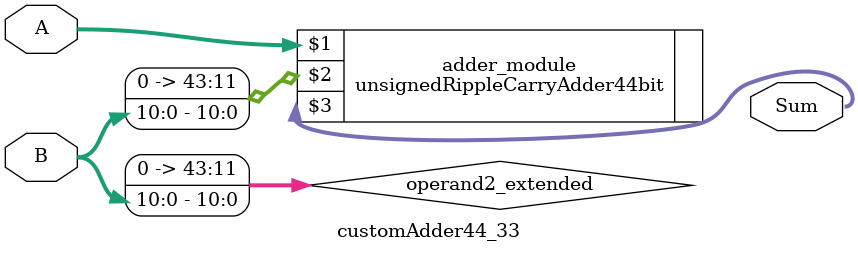
<source format=v>
module customAdder44_33(
                        input [43 : 0] A,
                        input [10 : 0] B,
                        
                        output [44 : 0] Sum
                );

        wire [43 : 0] operand2_extended;
        
        assign operand2_extended =  {33'b0, B};
        
        unsignedRippleCarryAdder44bit adder_module(
            A,
            operand2_extended,
            Sum
        );
        
        endmodule
        
</source>
